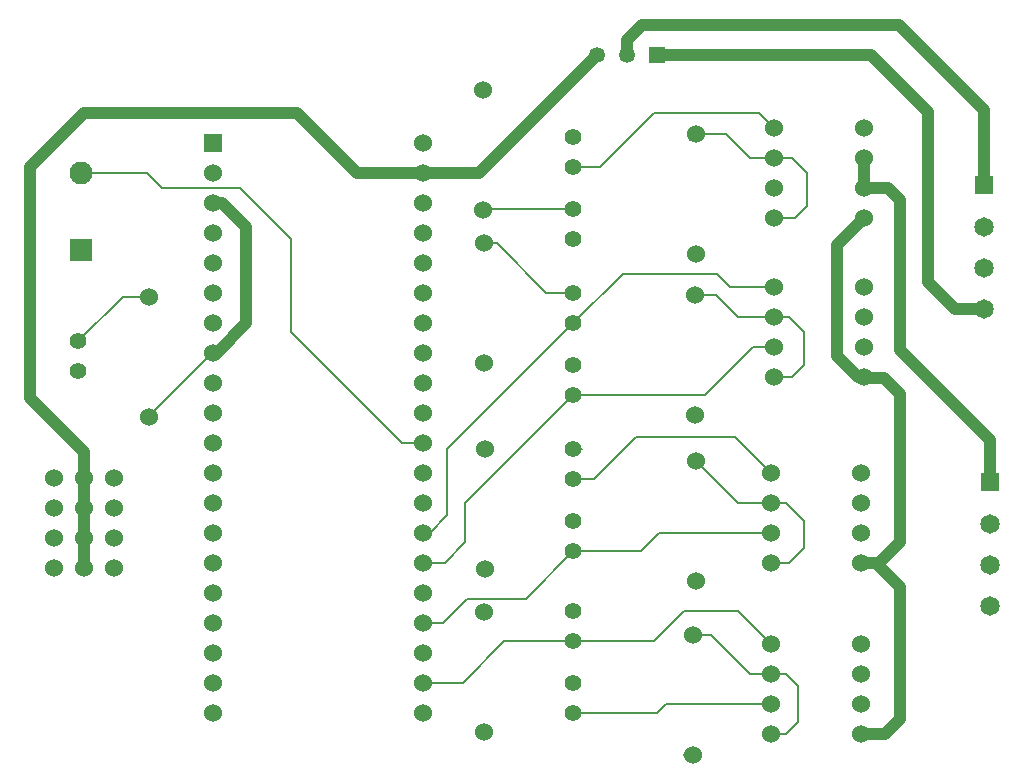
<source format=gbr>
%TF.GenerationSoftware,KiCad,Pcbnew,8.0.8*%
%TF.CreationDate,2025-03-04T21:19:46+00:00*%
%TF.ProjectId,Servo Frog V4 Rev B,53657276-6f20-4467-926f-672056342052,rev?*%
%TF.SameCoordinates,Original*%
%TF.FileFunction,Copper,L2,Bot*%
%TF.FilePolarity,Positive*%
%FSLAX46Y46*%
G04 Gerber Fmt 4.6, Leading zero omitted, Abs format (unit mm)*
G04 Created by KiCad (PCBNEW 8.0.8) date 2025-03-04 21:19:46*
%MOMM*%
%LPD*%
G01*
G04 APERTURE LIST*
%TA.AperFunction,ComponentPad*%
%ADD10C,1.416000*%
%TD*%
%TA.AperFunction,ComponentPad*%
%ADD11C,1.524000*%
%TD*%
%TA.AperFunction,ComponentPad*%
%ADD12R,1.524000X1.524000*%
%TD*%
%TA.AperFunction,ComponentPad*%
%ADD13R,1.650000X1.650000*%
%TD*%
%TA.AperFunction,ComponentPad*%
%ADD14C,1.650000*%
%TD*%
%TA.AperFunction,ComponentPad*%
%ADD15R,1.350000X1.350000*%
%TD*%
%TA.AperFunction,ComponentPad*%
%ADD16C,1.350000*%
%TD*%
%TA.AperFunction,ComponentPad*%
%ADD17R,1.950000X1.950000*%
%TD*%
%TA.AperFunction,ComponentPad*%
%ADD18C,1.950000*%
%TD*%
%TA.AperFunction,Conductor*%
%ADD19C,1.000000*%
%TD*%
%TA.AperFunction,Conductor*%
%ADD20C,0.200000*%
%TD*%
%TA.AperFunction,Conductor*%
%ADD21C,0.500000*%
%TD*%
G04 APERTURE END LIST*
D10*
%TO.P,Fr4 J,1,K*%
%TO.N,Net-(LED1-K)*%
X160274000Y-108204000D03*
%TO.P,Fr4 J,2,A*%
%TO.N,OUT2*%
X160274000Y-110744000D03*
%TD*%
D11*
%TO.P,U2,1,1A*%
%TO.N,OUT8*%
X177292000Y-67310000D03*
%TO.P,U2,2,1C*%
%TO.N,Net-(U2-1C)*%
X177292000Y-69850000D03*
%TO.P,U2,3,2A*%
%TO.N,OUT7*%
X177292000Y-72390000D03*
%TO.P,U2,4,2C*%
%TO.N,Net-(U2-1C)*%
X177292000Y-74930000D03*
%TO.P,U2,5,2D*%
%TO.N,K*%
X184912000Y-74930000D03*
%TO.P,U2,6,2D*%
%TO.N,Frog1*%
X184912000Y-72390000D03*
%TO.P,U2,7,1D*%
X184912000Y-69850000D03*
%TO.P,U2,8,1D*%
%TO.N,J*%
X184912000Y-67310000D03*
%TD*%
%TO.P,R7,1*%
%TO.N,Net-(U3-1C)*%
X170556800Y-81432400D03*
%TO.P,R7,2*%
%TO.N,0V*%
X170556800Y-91592400D03*
%TD*%
%TO.P,U3,1,1A*%
%TO.N,OUT6*%
X177292000Y-80772000D03*
%TO.P,U3,2,1C*%
%TO.N,Net-(U3-1C)*%
X177292000Y-83312000D03*
%TO.P,U3,3,2A*%
%TO.N,OUT5*%
X177292000Y-85852000D03*
%TO.P,U3,4,2C*%
%TO.N,Net-(U3-1C)*%
X177292000Y-88392000D03*
%TO.P,U3,5,2D*%
%TO.N,K*%
X184912000Y-88392000D03*
%TO.P,U3,6,2D*%
%TO.N,Frog2*%
X184912000Y-85852000D03*
%TO.P,U3,7,1D*%
X184912000Y-83312000D03*
%TO.P,U3,8,1D*%
%TO.N,J*%
X184912000Y-80772000D03*
%TD*%
D12*
%TO.P,U1,1,GP0*%
%TO.N,unconnected-(U1-GP0-Pad1)*%
X129752000Y-68522000D03*
D11*
%TO.P,U1,2,GP1*%
%TO.N,unconnected-(U1-GP1-Pad2)*%
X129752000Y-71062000D03*
%TO.P,U1,3,GND*%
%TO.N,0V*%
X129752000Y-73602000D03*
%TO.P,U1,4,GP2*%
%TO.N,unconnected-(U1-GP2-Pad4)*%
X129752000Y-76142000D03*
%TO.P,U1,5,GP3*%
%TO.N,unconnected-(U1-GP3-Pad5)*%
X129752000Y-78682000D03*
%TO.P,U1,6,GP4*%
%TO.N,unconnected-(U1-GP4-Pad6)*%
X129752000Y-81222000D03*
%TO.P,U1,7,GP5*%
%TO.N,unconnected-(U1-GP5-Pad7)*%
X129752000Y-83762000D03*
%TO.P,U1,8,GND*%
%TO.N,0V*%
X129752000Y-86302000D03*
%TO.P,U1,9,GP6*%
%TO.N,unconnected-(U1-GP6-Pad9)*%
X129752000Y-88842000D03*
%TO.P,U1,10,GP7*%
%TO.N,unconnected-(U1-GP7-Pad10)*%
X129752000Y-91382000D03*
%TO.P,U1,11,GP8*%
%TO.N,unconnected-(U1-GP8-Pad11)*%
X129752000Y-93922000D03*
%TO.P,U1,12,GP9*%
%TO.N,unconnected-(U1-GP9-Pad12)*%
X129752000Y-96462000D03*
%TO.P,U1,13,GND*%
%TO.N,0V*%
X129752000Y-99002000D03*
%TO.P,U1,14,GP10*%
%TO.N,unconnected-(U1-GP10-Pad14)*%
X129752000Y-101542000D03*
%TO.P,U1,15,GP11*%
%TO.N,unconnected-(U1-GP11-Pad15)*%
X129752000Y-104082000D03*
%TO.P,U1,16,GP12*%
%TO.N,Net-(U1-GP12)*%
X129752000Y-106622000D03*
%TO.P,U1,17,GP13*%
%TO.N,Net-(U1-GP13)*%
X129752000Y-109162000D03*
%TO.P,U1,18,GND*%
%TO.N,0V*%
X129752000Y-111702000D03*
%TO.P,U1,19,GP14*%
%TO.N,Net-(U1-GP14)*%
X129752000Y-114242000D03*
%TO.P,U1,20,GP15*%
%TO.N,Net-(U1-GP15)*%
X129752000Y-116782000D03*
%TO.P,U1,21,GP16*%
%TO.N,OUT1*%
X147532000Y-116782000D03*
%TO.P,U1,22,GP17*%
%TO.N,OUT2*%
X147532000Y-114242000D03*
%TO.P,U1,23,GND*%
%TO.N,0V*%
X147532000Y-111702000D03*
%TO.P,U1,24,GP18*%
%TO.N,OUT3*%
X147532000Y-109162000D03*
%TO.P,U1,25,GP19*%
%TO.N,OUT4*%
X147532000Y-106622000D03*
%TO.P,U1,26,GP20*%
%TO.N,OUT5*%
X147532000Y-104082000D03*
%TO.P,U1,27,GP21*%
%TO.N,OUT6*%
X147532000Y-101542000D03*
%TO.P,U1,28,GND*%
%TO.N,0V*%
X147532000Y-99002000D03*
%TO.P,U1,29,GP22*%
%TO.N,OUT7*%
X147532000Y-96462000D03*
%TO.P,U1,30,RUN*%
%TO.N,Net-(S1-NO)*%
X147532000Y-93922000D03*
%TO.P,U1,31,GP26*%
%TO.N,OUT8*%
X147532000Y-91382000D03*
%TO.P,U1,32,GP27*%
%TO.N,unconnected-(U1-GP27-Pad32)*%
X147532000Y-88842000D03*
%TO.P,U1,33,GND*%
%TO.N,0V*%
X147532000Y-86302000D03*
%TO.P,U1,34,GP28*%
%TO.N,unconnected-(U1-GP28-Pad34)*%
X147532000Y-83762000D03*
%TO.P,U1,35,ADC_VREF*%
%TO.N,unconnected-(U1-ADC_VREF-Pad35)*%
X147532000Y-81222000D03*
%TO.P,U1,36,3V3(OUT)*%
%TO.N,3V3*%
X147532000Y-78682000D03*
%TO.P,U1,37,3V3_EN*%
%TO.N,unconnected-(U1-3V3_EN-Pad37)*%
X147532000Y-76142000D03*
%TO.P,U1,38,GND*%
%TO.N,0V*%
X147532000Y-73602000D03*
%TO.P,U1,39,VSYS*%
%TO.N,5V*%
X147532000Y-71062000D03*
%TO.P,U1,40,VBUS*%
%TO.N,unconnected-(U1-VBUS-Pad40)*%
X147532000Y-68522000D03*
%TD*%
D13*
%TO.P,J3,1,1*%
%TO.N,0V*%
X195072000Y-72136000D03*
D14*
%TO.P,J3,2,2*%
%TO.N,J*%
X195072000Y-75636000D03*
%TO.P,J3,3,3*%
%TO.N,K*%
X195072000Y-79136000D03*
%TO.P,J3,4,4*%
%TO.N,12V*%
X195072000Y-82636000D03*
%TD*%
D11*
%TO.P,U4,1,1A*%
%TO.N,OUT4*%
X177038000Y-96520000D03*
%TO.P,U4,2,1C*%
%TO.N,Net-(U4-1C)*%
X177038000Y-99060000D03*
%TO.P,U4,3,2A*%
%TO.N,OUT3*%
X177038000Y-101600000D03*
%TO.P,U4,4,2C*%
%TO.N,Net-(U4-1C)*%
X177038000Y-104140000D03*
%TO.P,U4,5,2D*%
%TO.N,K*%
X184658000Y-104140000D03*
%TO.P,U4,6,2D*%
%TO.N,Frog3*%
X184658000Y-101600000D03*
%TO.P,U4,7,1D*%
X184658000Y-99060000D03*
%TO.P,U4,8,1D*%
%TO.N,J*%
X184658000Y-96520000D03*
%TD*%
%TO.P,R4,1*%
%TO.N,Net-(U4-1C)*%
X170688000Y-95504000D03*
%TO.P,R4,2*%
%TO.N,0V*%
X170688000Y-105664000D03*
%TD*%
%TO.P,R8,1*%
%TO.N,Net-(LED5-K)*%
X152675200Y-77012800D03*
%TO.P,R8,2*%
%TO.N,0V*%
X152675200Y-87172800D03*
%TD*%
D10*
%TO.P,Fr3 J,1,K*%
%TO.N,Net-(LED3-K)*%
X160274000Y-94488000D03*
%TO.P,Fr3 J,2,A*%
%TO.N,OUT4*%
X160274000Y-97028000D03*
%TD*%
D11*
%TO.P,R9,1*%
%TO.N,Net-(LED7-K)*%
X152603200Y-74218800D03*
%TO.P,R9,2*%
%TO.N,0V*%
X152603200Y-64058800D03*
%TD*%
%TO.P,U5,1,1A*%
%TO.N,OUT2*%
X177038000Y-110998000D03*
%TO.P,U5,2,1C*%
%TO.N,Net-(U5-1C)*%
X177038000Y-113538000D03*
%TO.P,U5,3,2A*%
%TO.N,OUT1*%
X177038000Y-116078000D03*
%TO.P,U5,4,2C*%
%TO.N,Net-(U5-1C)*%
X177038000Y-118618000D03*
%TO.P,U5,5,2D*%
%TO.N,K*%
X184658000Y-118618000D03*
%TO.P,U5,6,2D*%
%TO.N,Frog4*%
X184658000Y-116078000D03*
%TO.P,U5,7,1D*%
X184658000Y-113538000D03*
%TO.P,U5,8,1D*%
%TO.N,J*%
X184658000Y-110998000D03*
%TD*%
D10*
%TO.P,Fr2 K,1,K*%
%TO.N,Net-(LED5-K)*%
X160274000Y-87376000D03*
%TO.P,Fr2 K,2,A*%
%TO.N,OUT5*%
X160274000Y-89916000D03*
%TD*%
D11*
%TO.P,R5,1*%
%TO.N,Net-(U5-1C)*%
X170434000Y-110236000D03*
%TO.P,R5,2*%
%TO.N,0V*%
X170434000Y-120396000D03*
%TD*%
%TO.P,J4,1*%
%TO.N,0V*%
X116281200Y-96926400D03*
%TO.P,J4,2*%
X116281200Y-99466400D03*
%TO.P,J4,3*%
X116281200Y-102006400D03*
%TO.P,J4,4*%
X116281200Y-104546400D03*
%TO.P,J4,9*%
%TO.N,5V*%
X118821200Y-96926400D03*
%TO.P,J4,10*%
X118821200Y-99466400D03*
%TO.P,J4,11*%
X118821200Y-102006400D03*
%TO.P,J4,12*%
X118821200Y-104546400D03*
%TO.P,J4,17*%
%TO.N,Net-(U1-GP12)*%
X121361200Y-96926400D03*
%TO.P,J4,18*%
%TO.N,Net-(U1-GP13)*%
X121361200Y-99466400D03*
%TO.P,J4,19*%
%TO.N,Net-(U1-GP14)*%
X121361200Y-102006400D03*
%TO.P,J4,20*%
%TO.N,Net-(U1-GP15)*%
X121361200Y-104546400D03*
%TD*%
%TO.P,R2,1*%
%TO.N,Net-(LED3-K)*%
X152806400Y-94488000D03*
%TO.P,R2,2*%
%TO.N,0V*%
X152806400Y-104648000D03*
%TD*%
D15*
%TO.P,PS1,1,+VIN*%
%TO.N,12V*%
X167335200Y-61061600D03*
D16*
%TO.P,PS1,2,GND*%
%TO.N,0V*%
X164795200Y-61061600D03*
%TO.P,PS1,3,+VOUT*%
%TO.N,5V*%
X162255200Y-61061600D03*
%TD*%
D10*
%TO.P,Power,1,K*%
%TO.N,Net-(LED9-K)*%
X118364000Y-85344000D03*
%TO.P,Power,2,A*%
%TO.N,3V3*%
X118364000Y-87884000D03*
%TD*%
%TO.P,Fr4 K,1,K*%
%TO.N,Net-(LED1-K)*%
X160274000Y-114300000D03*
%TO.P,Fr4 K,2,A*%
%TO.N,OUT1*%
X160274000Y-116840000D03*
%TD*%
D17*
%TO.P,S1,T1,COM*%
%TO.N,0V*%
X118618000Y-77620000D03*
D18*
%TO.P,S1,T2,NO*%
%TO.N,Net-(S1-NO)*%
X118618000Y-71120000D03*
%TD*%
D10*
%TO.P,Fr1 J,1,K*%
%TO.N,Net-(LED7-K)*%
X160274000Y-68072000D03*
%TO.P,Fr1 J,2,A*%
%TO.N,OUT8*%
X160274000Y-70612000D03*
%TD*%
D11*
%TO.P,R3,1*%
%TO.N,Net-(LED9-K)*%
X124307600Y-81584800D03*
%TO.P,R3,2*%
%TO.N,0V*%
X124307600Y-91744800D03*
%TD*%
%TO.P,R1,1*%
%TO.N,Net-(LED1-K)*%
X152704800Y-108254800D03*
%TO.P,R1,2*%
%TO.N,0V*%
X152704800Y-118414800D03*
%TD*%
D10*
%TO.P,Fr3 K,1,K*%
%TO.N,Net-(LED3-K)*%
X160274000Y-100584000D03*
%TO.P,Fr3 K,2,A*%
%TO.N,OUT3*%
X160274000Y-103124000D03*
%TD*%
%TO.P,Fr2 J,1,K*%
%TO.N,Net-(LED5-K)*%
X160274000Y-81280000D03*
%TO.P,Fr2 J,2,A*%
%TO.N,OUT6*%
X160274000Y-83820000D03*
%TD*%
%TO.P,Fr1 K,1,K*%
%TO.N,Net-(LED7-K)*%
X160274000Y-74168000D03*
%TO.P,Fr1 K,2,A*%
%TO.N,OUT7*%
X160274000Y-76708000D03*
%TD*%
D11*
%TO.P,R6,1*%
%TO.N,Net-(U2-1C)*%
X170688000Y-67818000D03*
%TO.P,R6,2*%
%TO.N,0V*%
X170688000Y-77978000D03*
%TD*%
D13*
%TO.P,J2,1,1*%
%TO.N,Frog1*%
X195580000Y-97282000D03*
D14*
%TO.P,J2,2,2*%
%TO.N,Frog2*%
X195580000Y-100782000D03*
%TO.P,J2,3,3*%
%TO.N,Frog3*%
X195580000Y-104282000D03*
%TO.P,J2,4,4*%
%TO.N,Frog4*%
X195580000Y-107782000D03*
%TD*%
D19*
%TO.N,5V*%
X152254800Y-71062000D02*
X162255200Y-61061600D01*
X114300000Y-90119200D02*
X118872000Y-94691200D01*
X118821200Y-99466400D02*
X118821200Y-102006400D01*
X118821200Y-96926400D02*
X118821200Y-99466400D01*
X118872000Y-94691200D02*
X118872000Y-96723200D01*
X147532000Y-71062000D02*
X141928000Y-71062000D01*
X141928000Y-71062000D02*
X136906000Y-66040000D01*
X114300000Y-70612000D02*
X114300000Y-90119200D01*
X118872000Y-66040000D02*
X114300000Y-70612000D01*
X147532000Y-71062000D02*
X152254800Y-71062000D01*
X118821200Y-102006400D02*
X118821200Y-104546400D01*
X118872000Y-96723200D02*
X119024400Y-96875600D01*
X136906000Y-66040000D02*
X118872000Y-66040000D01*
D20*
%TO.N,Net-(U1-GP15)*%
X129694000Y-116840000D02*
X129752000Y-116782000D01*
%TO.N,0V*%
X124307600Y-91643200D02*
X129648800Y-86302000D01*
X129648800Y-86302000D02*
X129752000Y-86302000D01*
X129657600Y-86207600D02*
X129752000Y-86302000D01*
D19*
X166065200Y-58521600D02*
X164795200Y-59791600D01*
X187858400Y-58521600D02*
X166065200Y-58521600D01*
X130106000Y-86302000D02*
X132588000Y-83820000D01*
D20*
X124307600Y-91744800D02*
X124307600Y-91643200D01*
X147532000Y-86148000D02*
X147574000Y-86106000D01*
D19*
X195072000Y-65735200D02*
X187858400Y-58521600D01*
X132588000Y-83820000D02*
X132588000Y-75692000D01*
D20*
X129694000Y-111760000D02*
X129752000Y-111702000D01*
D19*
X195072000Y-72136000D02*
X195072000Y-65735200D01*
D20*
X129752000Y-111702000D02*
X129556000Y-111506000D01*
D21*
X169824400Y-120396000D02*
X170434000Y-120396000D01*
D20*
X147532000Y-86302000D02*
X147532000Y-86148000D01*
D19*
X132588000Y-75692000D02*
X130498000Y-73602000D01*
X164795200Y-59791600D02*
X164795200Y-61061600D01*
D20*
%TO.N,Frog4*%
X184658000Y-113538000D02*
X184404000Y-113284000D01*
X184404000Y-113284000D02*
X184658000Y-113284000D01*
X184658000Y-116078000D02*
X184912000Y-116078000D01*
D19*
%TO.N,Frog1*%
X186944000Y-72390000D02*
X187960000Y-73406000D01*
D20*
X195072000Y-97282000D02*
X195580000Y-97282000D01*
D19*
X187960000Y-86106000D02*
X195580000Y-93726000D01*
X184912000Y-72390000D02*
X186944000Y-72390000D01*
X184912000Y-69850000D02*
X184912000Y-72390000D01*
X187960000Y-73406000D02*
X187960000Y-86106000D01*
X195580000Y-93726000D02*
X195580000Y-97282000D01*
D20*
%TO.N,K*%
X184912000Y-88392000D02*
X184404000Y-88392000D01*
D19*
X182626000Y-86614000D02*
X182626000Y-77216000D01*
X187960000Y-106172000D02*
X187960000Y-117348000D01*
D20*
X184658000Y-118618000D02*
X184912000Y-118618000D01*
D19*
X187960000Y-117348000D02*
X186690000Y-118618000D01*
X185420000Y-104140000D02*
X184658000Y-104140000D01*
X182626000Y-77216000D02*
X184912000Y-74930000D01*
X184658000Y-104140000D02*
X185928000Y-104140000D01*
D20*
X184912000Y-118618000D02*
X185166000Y-118364000D01*
D19*
X187960000Y-102362000D02*
X187960000Y-89814400D01*
X186182000Y-104140000D02*
X184658000Y-104140000D01*
X184962800Y-88442800D02*
X184912000Y-88392000D01*
X187960000Y-102362000D02*
X186182000Y-104140000D01*
X187960000Y-89814400D02*
X186588400Y-88442800D01*
X184404000Y-88392000D02*
X182626000Y-86614000D01*
X186588400Y-88442800D02*
X184962800Y-88442800D01*
D20*
X184658000Y-103886000D02*
X184658000Y-104140000D01*
D19*
X185928000Y-104140000D02*
X187960000Y-106172000D01*
X186690000Y-118618000D02*
X184658000Y-118618000D01*
D20*
%TO.N,OUT1*%
X167386000Y-116840000D02*
X160274000Y-116840000D01*
X168148000Y-116078000D02*
X167386000Y-116840000D01*
X177038000Y-116078000D02*
X168148000Y-116078000D01*
%TO.N,OUT2*%
X154432000Y-110744000D02*
X160274000Y-110744000D01*
X150934000Y-114242000D02*
X154432000Y-110744000D01*
X169672000Y-108204000D02*
X174244000Y-108204000D01*
X147532000Y-114242000D02*
X150934000Y-114242000D01*
X160274000Y-110744000D02*
X167132000Y-110744000D01*
X167132000Y-110744000D02*
X169672000Y-108204000D01*
X174244000Y-108204000D02*
X177038000Y-110998000D01*
%TO.N,Net-(LED3-K)*%
X161036000Y-94488000D02*
X160274000Y-94488000D01*
%TO.N,OUT3*%
X151282400Y-107137200D02*
X156260800Y-107137200D01*
X177038000Y-102108000D02*
X177038000Y-101600000D01*
X147532000Y-109162000D02*
X149257600Y-109162000D01*
X147574000Y-108712000D02*
X147532000Y-108754000D01*
X167538400Y-101600000D02*
X166014400Y-103124000D01*
X166014400Y-103124000D02*
X160274000Y-103124000D01*
X177038000Y-101600000D02*
X167538400Y-101600000D01*
X147828000Y-108966000D02*
X147574000Y-108712000D01*
X176784000Y-101854000D02*
X177038000Y-101600000D01*
X156260800Y-107137200D02*
X160274000Y-103124000D01*
X147532000Y-108754000D02*
X147532000Y-109162000D01*
X149257600Y-109162000D02*
X151282400Y-107137200D01*
%TO.N,OUT4*%
X165608000Y-93472000D02*
X173990000Y-93472000D01*
X176530000Y-96520000D02*
X177038000Y-96520000D01*
X173990000Y-93472000D02*
X177038000Y-96520000D01*
X162052000Y-97028000D02*
X165608000Y-93472000D01*
X160274000Y-97028000D02*
X162052000Y-97028000D01*
%TO.N,OUT5*%
X149410000Y-104082000D02*
X147532000Y-104082000D01*
X156718000Y-93421200D02*
X151130000Y-99009200D01*
X151130000Y-102362000D02*
X149410000Y-104082000D01*
X177292000Y-86106000D02*
X177292000Y-85852000D01*
X175514000Y-85852000D02*
X171450000Y-89916000D01*
X151130000Y-99009200D02*
X151130000Y-102362000D01*
X171450000Y-89916000D02*
X160274000Y-89916000D01*
X160274000Y-89916000D02*
X156718000Y-93472000D01*
X177292000Y-85852000D02*
X175514000Y-85852000D01*
X156718000Y-93472000D02*
X156718000Y-93421200D01*
%TO.N,Net-(LED5-K)*%
X160223200Y-81229200D02*
X160274000Y-81280000D01*
X157988000Y-81229200D02*
X160223200Y-81229200D01*
X152675200Y-77012800D02*
X153771600Y-77012800D01*
X153771600Y-77012800D02*
X157988000Y-81229200D01*
%TO.N,OUT6*%
X149606000Y-100076000D02*
X148140000Y-101542000D01*
X164439600Y-79654400D02*
X160274000Y-83820000D01*
X173532800Y-80772000D02*
X177292000Y-80772000D01*
X148140000Y-101542000D02*
X147532000Y-101542000D01*
X160274000Y-83820000D02*
X149606000Y-94488000D01*
X172415200Y-79654400D02*
X164439600Y-79654400D01*
X149606000Y-94488000D02*
X149606000Y-100076000D01*
X172415200Y-79654400D02*
X173532800Y-80772000D01*
%TO.N,Net-(LED7-K)*%
X152603200Y-74218800D02*
X152603200Y-74168000D01*
X152603200Y-74168000D02*
X152654000Y-74117200D01*
X152704800Y-74168000D02*
X160274000Y-74168000D01*
X152654000Y-74117200D02*
X152704800Y-74168000D01*
%TO.N,OUT8*%
X162560000Y-70612000D02*
X160274000Y-70612000D01*
X167132000Y-66040000D02*
X176022000Y-66040000D01*
X176022000Y-66040000D02*
X177292000Y-67310000D01*
X167132000Y-66040000D02*
X162560000Y-70612000D01*
%TO.N,Net-(LED9-K)*%
X122123200Y-81584800D02*
X124307600Y-81584800D01*
X118364000Y-85344000D02*
X122123200Y-81584800D01*
D21*
X118364000Y-85344000D02*
X118618000Y-85344000D01*
D20*
%TO.N,Net-(U4-1C)*%
X174244000Y-99060000D02*
X177038000Y-99060000D01*
X177038000Y-99060000D02*
X178308000Y-99060000D01*
X170688000Y-95504000D02*
X174244000Y-99060000D01*
X179832000Y-100584000D02*
X179832000Y-102870000D01*
X179832000Y-102870000D02*
X178562000Y-104140000D01*
X178308000Y-99060000D02*
X179832000Y-100584000D01*
X177800000Y-104140000D02*
X177038000Y-104140000D01*
X178562000Y-104140000D02*
X177038000Y-104140000D01*
%TO.N,Net-(U5-1C)*%
X179324000Y-114554000D02*
X179324000Y-117602000D01*
X179324000Y-117602000D02*
X178308000Y-118618000D01*
X170434000Y-110236000D02*
X171958000Y-110236000D01*
X177038000Y-113538000D02*
X178308000Y-113538000D01*
X178308000Y-118618000D02*
X177038000Y-118618000D01*
X175260000Y-113538000D02*
X177038000Y-113538000D01*
X171958000Y-110236000D02*
X175260000Y-113538000D01*
X178308000Y-113538000D02*
X179324000Y-114554000D01*
%TO.N,Net-(U2-1C)*%
X170180000Y-68326000D02*
X170688000Y-67818000D01*
X179070000Y-74930000D02*
X177292000Y-74930000D01*
X180086000Y-71120000D02*
X180086000Y-73914000D01*
X173228000Y-67818000D02*
X175260000Y-69850000D01*
X175260000Y-69850000D02*
X177292000Y-69850000D01*
X177292000Y-69850000D02*
X178816000Y-69850000D01*
X178816000Y-69850000D02*
X180086000Y-71120000D01*
X170688000Y-67818000D02*
X173228000Y-67818000D01*
X180086000Y-73914000D02*
X179070000Y-74930000D01*
%TO.N,Net-(U3-1C)*%
X178816000Y-88392000D02*
X177292000Y-88392000D01*
X179832000Y-87376000D02*
X178816000Y-88392000D01*
X179832000Y-84582000D02*
X179832000Y-87376000D01*
X170556800Y-81432400D02*
X172313600Y-81432400D01*
X178562000Y-83312000D02*
X179832000Y-84582000D01*
X174193200Y-83312000D02*
X177292000Y-83312000D01*
X177292000Y-83312000D02*
X178562000Y-83312000D01*
X172313600Y-81432400D02*
X174193200Y-83312000D01*
%TO.N,Net-(S1-NO)*%
X145738000Y-93922000D02*
X147532000Y-93922000D01*
X136398000Y-76708000D02*
X136398000Y-84582000D01*
X124206000Y-71120000D02*
X125476000Y-72390000D01*
X136398000Y-84582000D02*
X145738000Y-93922000D01*
X118625909Y-71127909D02*
X118633818Y-71120000D01*
X118633818Y-71120000D02*
X124206000Y-71120000D01*
X125476000Y-72390000D02*
X132080000Y-72390000D01*
X132080000Y-72390000D02*
X136398000Y-76708000D01*
%TO.N,3V3*%
X118516400Y-87884000D02*
X118567200Y-87934800D01*
X118618000Y-87630000D02*
X118364000Y-87884000D01*
X118364000Y-87884000D02*
X118516400Y-87884000D01*
%TO.N,12V*%
X167182800Y-60756800D02*
X166979600Y-60756800D01*
X167741600Y-61264800D02*
X167284000Y-61264800D01*
X167284000Y-61264800D02*
X166950000Y-60930800D01*
D19*
X167335200Y-61061600D02*
X185470800Y-61061600D01*
X185470800Y-61061600D02*
X190296800Y-65887600D01*
X194935200Y-82499200D02*
X195072000Y-82636000D01*
D20*
X167741600Y-61061600D02*
X167894000Y-60909200D01*
D19*
X190296800Y-65887600D02*
X190296800Y-80314800D01*
D20*
X167335200Y-61061600D02*
X167741600Y-61061600D01*
D19*
X190296800Y-80314800D02*
X192618000Y-82636000D01*
D20*
X167008800Y-60930800D02*
X167182800Y-60756800D01*
D19*
X192618000Y-82636000D02*
X195072000Y-82636000D01*
D20*
X166950000Y-60930800D02*
X167008800Y-60930800D01*
%TD*%
M02*

</source>
